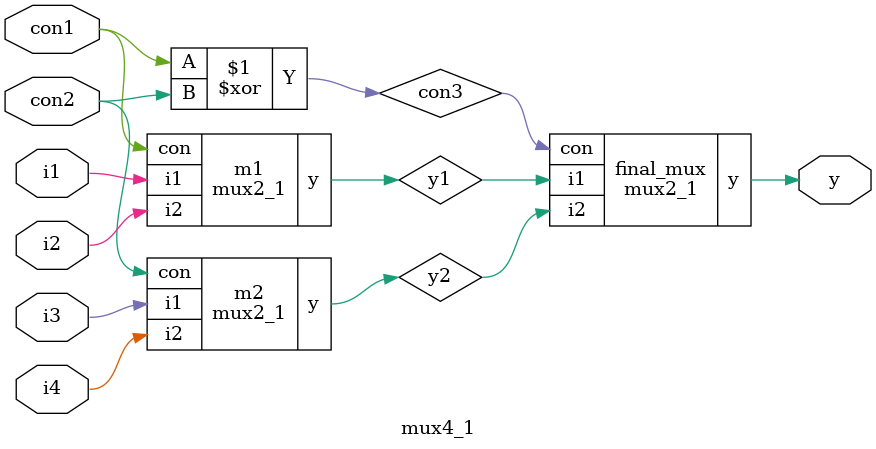
<source format=sv>
module mux2_1 (
	input logic i1,
	input logic i2,
	input logic con,
	output logic y);
	assign y = (~con & i1) | (con & i2);
	endmodule
module mux4_1 (
	input logic i1,
	input logic i2,
	input logic i3,
	input logic i4,
	input logic con1,
	input logic con2,
	output logic y);
	logic y1, y2, con3;
	mux2_1 m1(i1, i2, con1, y1);
	mux2_1 m2(i3, i4, con2, y2);
	assign con3 = con1 ^ con2;
	mux2_1 final_mux(y1, y2, con3, y);
	endmodule
	

</source>
